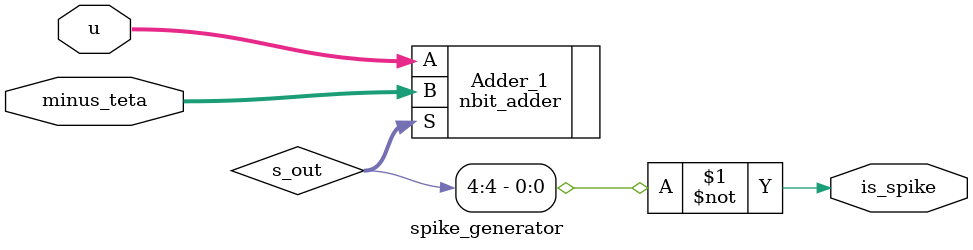
<source format=v>
module spike_generator #(parameter n_stage = 2) (
    input [(n_stage+1):0] u,
    input [(n_stage+1):0] minus_teta,
    output is_spike
);
    wire [(n_stage+2):0] s_out;

    // Calculate Adder_1 = u + minus_teta
    nbit_adder #(n_stage+2) Adder_1 (
        .A(u),
        .B(minus_teta),
        .S(s_out)
    );

    // Assign is_spike based on s_out
    assign is_spike = ~s_out[(n_stage+2)];

endmodule


</source>
